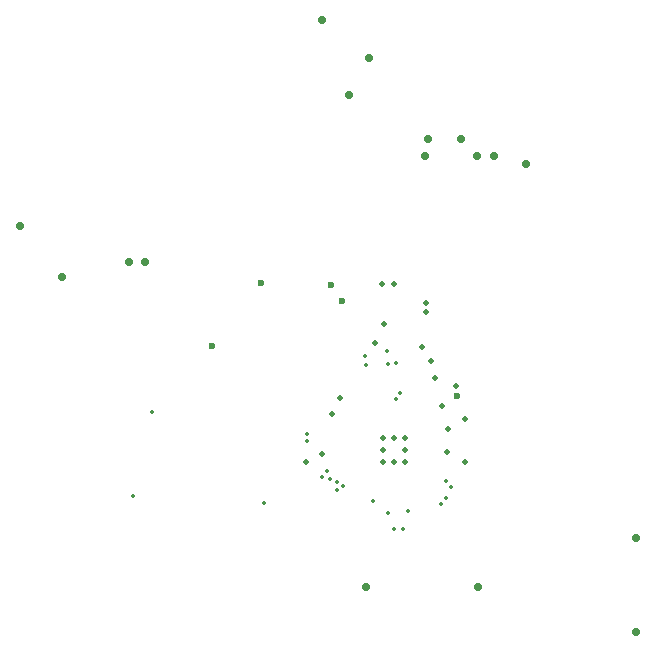
<source format=gbr>
G04*
G04 #@! TF.GenerationSoftware,Altium Limited,Altium Designer,23.8.1 (32)*
G04*
G04 Layer_Color=8388736*
%FSLAX44Y44*%
%MOMM*%
G71*
G04*
G04 #@! TF.SameCoordinates,B1DDD4D6-6927-4A11-B6FF-346F9E1F7E25*
G04*
G04*
G04 #@! TF.FilePolarity,Positive*
G04*
G01*
G75*
%ADD86C,0.7000*%
%ADD88C,0.3500*%
%ADD89C,0.5000*%
%ADD90C,0.6000*%
D86*
X203090Y410020D02*
D03*
X392328Y582180D02*
D03*
X498330Y499510D02*
D03*
X484310D02*
D03*
X389650Y134350D02*
D03*
X484780D02*
D03*
X132480Y397020D02*
D03*
X189072Y410018D02*
D03*
X440222Y499508D02*
D03*
X618870Y96140D02*
D03*
Y175640D02*
D03*
X442822Y513802D02*
D03*
X353062Y614682D02*
D03*
X375922Y551182D02*
D03*
X470818Y513798D02*
D03*
X525780Y492760D02*
D03*
X96890Y440320D02*
D03*
D88*
X356870Y232410D02*
D03*
X359410Y226060D02*
D03*
X365760Y223520D02*
D03*
X370840Y219755D02*
D03*
X458190Y224510D02*
D03*
X453390Y204470D02*
D03*
X389440Y330140D02*
D03*
X389890Y322580D02*
D03*
X340360Y257810D02*
D03*
X408490Y323540D02*
D03*
X408239Y334288D02*
D03*
X409006Y197320D02*
D03*
X396240Y207010D02*
D03*
X425616Y199020D02*
D03*
X421100Y183900D02*
D03*
X414100D02*
D03*
X415246Y293685D02*
D03*
X419180Y298450D02*
D03*
X415290Y323850D02*
D03*
X352790Y227288D02*
D03*
X365777Y216856D02*
D03*
X340310Y263835D02*
D03*
X303972Y205711D02*
D03*
X192936Y211434D02*
D03*
X208960Y282725D02*
D03*
X461836Y219539D02*
D03*
X457920Y209870D02*
D03*
D89*
X368350Y294260D02*
D03*
X466180Y304510D02*
D03*
X437620Y337350D02*
D03*
X404890Y357000D02*
D03*
X397890Y340800D02*
D03*
X339170Y240510D02*
D03*
X414020Y260510D02*
D03*
X423350Y250510D02*
D03*
X414020Y240510D02*
D03*
X404020Y250510D02*
D03*
Y260510D02*
D03*
X423350D02*
D03*
X404020Y240510D02*
D03*
X423350D02*
D03*
X440690Y374650D02*
D03*
Y367030D02*
D03*
X403860Y391160D02*
D03*
X414020Y391276D02*
D03*
X361519Y280660D02*
D03*
X352770Y247510D02*
D03*
X473470Y276510D02*
D03*
X473470Y240510D02*
D03*
X458740Y248640D02*
D03*
X454585Y287782D02*
D03*
X459282Y268385D02*
D03*
X448310Y311150D02*
D03*
X445043Y326271D02*
D03*
D90*
X259973Y338570D02*
D03*
X360692Y390555D02*
D03*
X300737Y391910D02*
D03*
X466720Y295910D02*
D03*
X369330Y376670D02*
D03*
M02*

</source>
